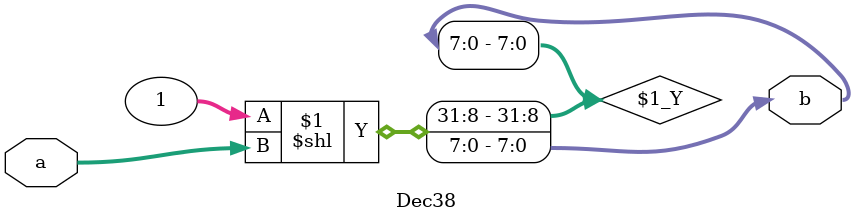
<source format=v>
module regfile(data_in,writenum,write,readnum,clk,data_out);
    input [15:0] data_in;
    input [2:0] writenum, readnum;
    input write, clk;
    output [15:0] data_out;

    //declare data_out as reg
    reg [15:0] data_out;
    //8 registers
    reg [15:0] R0, R1, R2, R3, R4, R5, R6, R7;

    //wires to store the one hot code indicating 1 of 8 registers
    wire [7:0] onehotwritenum;
    wire [7:0] onehotreadnum;

    //decode the binary writenum and readnum to one hot code (3:8)
    Dec38 decodedwritenum(writenum, onehotwritenum);
    Dec38 decodedreadnum(readnum, onehotreadnum);

    //on a rising edge of clk if write is 1 then data_in is 
        //written into register indicated by onehotwritenum
    always @(posedge clk) begin
        if (write) begin 
            case(onehotwritenum)
                8'b00000001: R0 = data_in; //write data_in into register specified by writenum
                8'b00000010: R1 = data_in;
                8'b00000100: R2 = data_in;
                8'b00001000: R3 = data_in;
                8'b00010000: R4 = data_in;
                8'b00100000: R5 = data_in;
                8'b01000000: R6 = data_in;
                8'b10000000: R7 = data_in;
                //default: R0 = 16'bxxxxxxxxxxxxxxxx; 
            endcase
        end
    end

    //whenever onehotreadnum changes, value in R0 is written to data_out
    //always checking to see if onehotreadnum changes (not clk triggered)
    //case format from slideset 6, slide 21
    always @* begin
        case(onehotreadnum)
            8'b00000001: data_out = R0; //write value in register to dataout
            8'b00000010: data_out = R1;
            8'b00000100: data_out = R2;
            8'b00001000: data_out = R3;
            8'b00010000: data_out = R4;
            8'b00100000: data_out = R5;
            8'b01000000: data_out = R6;
            8'b10000000: data_out = R7;
            default: data_out = 16'bxxxxxxxxxxxxxxxx; 
        endcase
    end

endmodule

//decoder format from slideset 6
module Dec38(a,b);
    //instantiation format: Dec #(n,m) nameOfInstance(a,b);
    //               gives n -> m decoder
    parameter n=3;
    parameter m=8;

    input [n-1:0] a; //binary 
    output [m-1:0] b; //1 hot

    wire [m-1:0] b = 1 << a; //1 shifted to the left by a bit positions
endmodule


</source>
